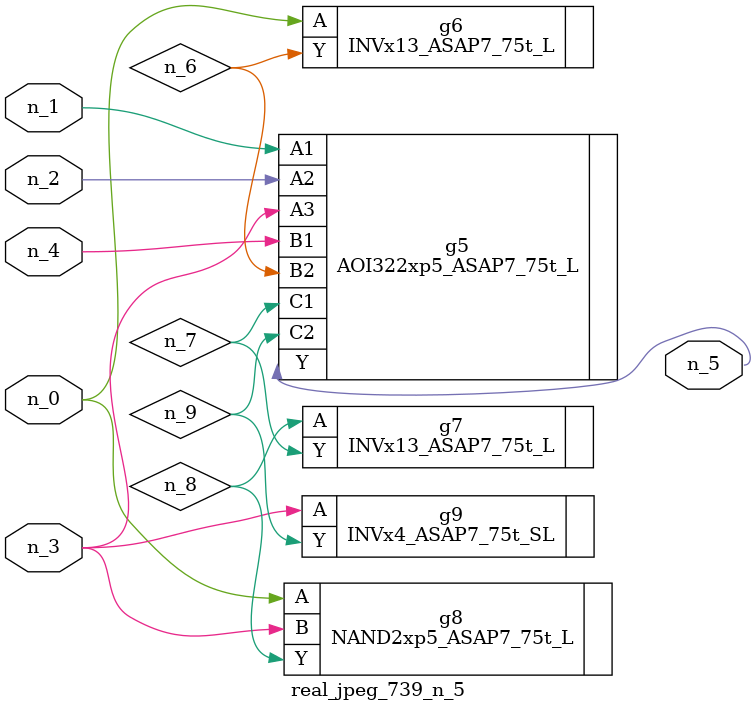
<source format=v>
module real_jpeg_739_n_5 (n_4, n_0, n_1, n_2, n_3, n_5);

input n_4;
input n_0;
input n_1;
input n_2;
input n_3;

output n_5;

wire n_8;
wire n_6;
wire n_7;
wire n_9;

INVx13_ASAP7_75t_L g6 ( 
.A(n_0),
.Y(n_6)
);

NAND2xp5_ASAP7_75t_L g8 ( 
.A(n_0),
.B(n_3),
.Y(n_8)
);

AOI322xp5_ASAP7_75t_L g5 ( 
.A1(n_1),
.A2(n_2),
.A3(n_3),
.B1(n_4),
.B2(n_6),
.C1(n_7),
.C2(n_9),
.Y(n_5)
);

INVx4_ASAP7_75t_SL g9 ( 
.A(n_3),
.Y(n_9)
);

INVx13_ASAP7_75t_L g7 ( 
.A(n_8),
.Y(n_7)
);


endmodule
</source>
